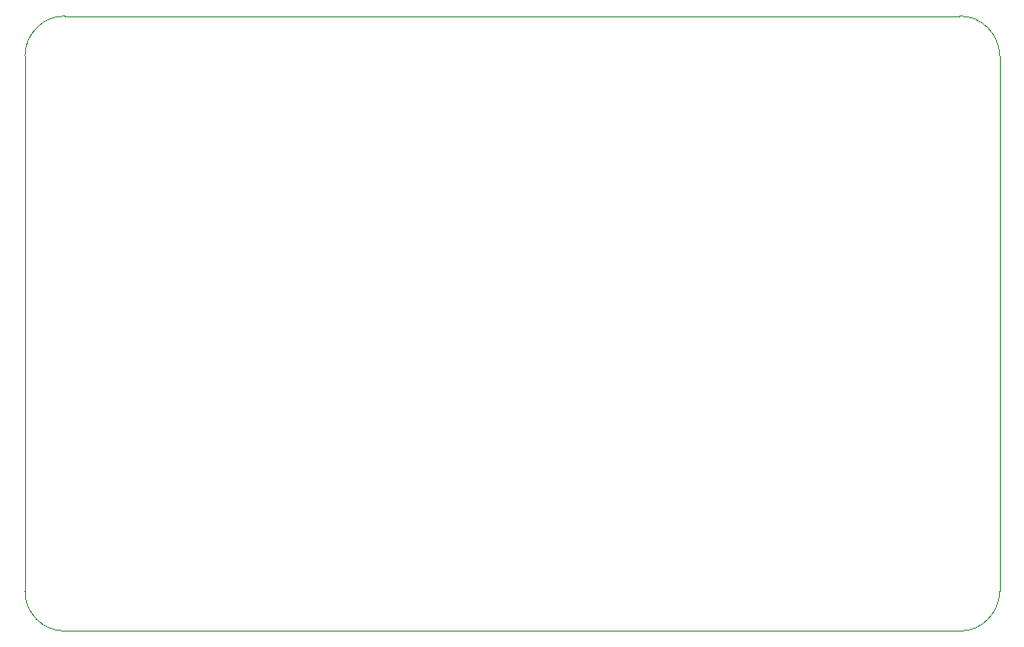
<source format=gbr>
%TF.GenerationSoftware,KiCad,Pcbnew,8.0.2*%
%TF.CreationDate,2024-05-26T23:16:47+07:00*%
%TF.ProjectId,FT600_RP2040,46543630-305f-4525-9032-3034302e6b69,rev?*%
%TF.SameCoordinates,PX7735940PY61c06a0*%
%TF.FileFunction,Profile,NP*%
%FSLAX46Y46*%
G04 Gerber Fmt 4.6, Leading zero omitted, Abs format (unit mm)*
G04 Created by KiCad (PCBNEW 8.0.2) date 2024-05-26 23:16:47*
%MOMM*%
%LPD*%
G01*
G04 APERTURE LIST*
%TA.AperFunction,Profile*%
%ADD10C,0.100000*%
%TD*%
G04 APERTURE END LIST*
D10*
X0Y3500000D02*
X0Y50500000D01*
X3500000Y0D02*
G75*
G02*
X0Y3500000I0J3500000D01*
G01*
X0Y50500000D02*
G75*
G02*
X3500000Y54000000I3500000J0D01*
G01*
X82000000Y54000000D02*
G75*
G02*
X85500000Y50500000I0J-3500000D01*
G01*
X3500000Y54000000D02*
X82000000Y54000000D01*
X82000000Y0D02*
X3500000Y0D01*
X85500000Y3500000D02*
G75*
G02*
X82000000Y0I-3500000J0D01*
G01*
X85500000Y50500000D02*
X85500000Y3500000D01*
M02*

</source>
